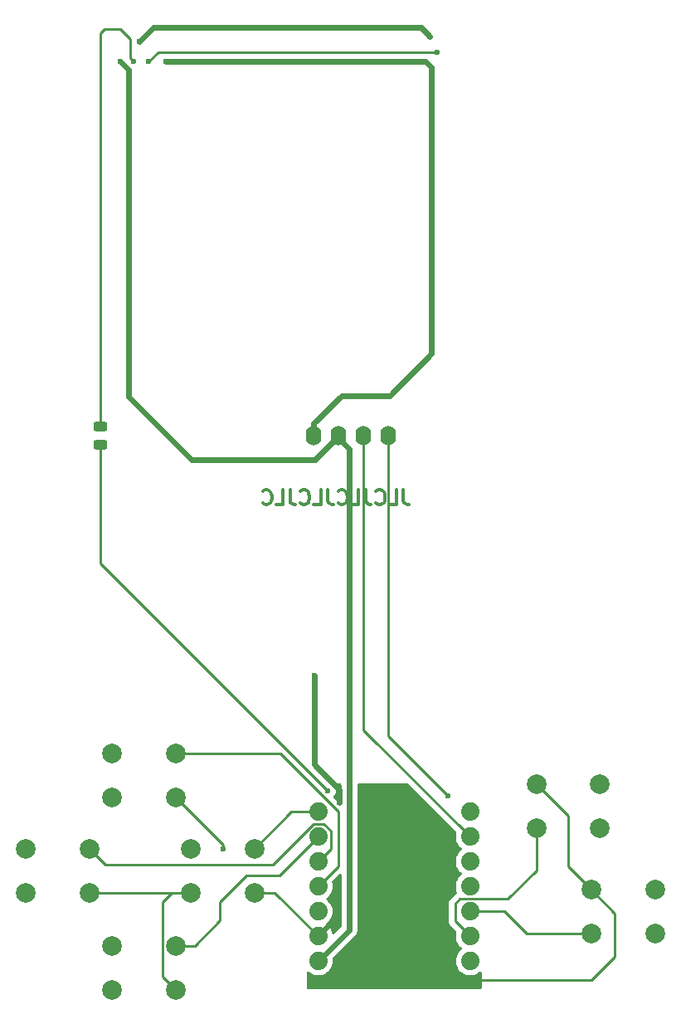
<source format=gbr>
G04 #@! TF.GenerationSoftware,KiCad,Pcbnew,8.0.5-8.0.5-0~ubuntu24.04.1*
G04 #@! TF.CreationDate,2024-09-20T13:44:16+09:00*
G04 #@! TF.ProjectId,gopher_pilot_xiao_sw,676f7068-6572-45f7-9069-6c6f745f7869,rev?*
G04 #@! TF.SameCoordinates,Original*
G04 #@! TF.FileFunction,Copper,L2,Bot*
G04 #@! TF.FilePolarity,Positive*
%FSLAX46Y46*%
G04 Gerber Fmt 4.6, Leading zero omitted, Abs format (unit mm)*
G04 Created by KiCad (PCBNEW 8.0.5-8.0.5-0~ubuntu24.04.1) date 2024-09-20 13:44:16*
%MOMM*%
%LPD*%
G01*
G04 APERTURE LIST*
G04 Aperture macros list*
%AMRoundRect*
0 Rectangle with rounded corners*
0 $1 Rounding radius*
0 $2 $3 $4 $5 $6 $7 $8 $9 X,Y pos of 4 corners*
0 Add a 4 corners polygon primitive as box body*
4,1,4,$2,$3,$4,$5,$6,$7,$8,$9,$2,$3,0*
0 Add four circle primitives for the rounded corners*
1,1,$1+$1,$2,$3*
1,1,$1+$1,$4,$5*
1,1,$1+$1,$6,$7*
1,1,$1+$1,$8,$9*
0 Add four rect primitives between the rounded corners*
20,1,$1+$1,$2,$3,$4,$5,0*
20,1,$1+$1,$4,$5,$6,$7,0*
20,1,$1+$1,$6,$7,$8,$9,0*
20,1,$1+$1,$8,$9,$2,$3,0*%
G04 Aperture macros list end*
%ADD10C,0.300000*%
G04 #@! TA.AperFunction,NonConductor*
%ADD11C,0.300000*%
G04 #@! TD*
G04 #@! TA.AperFunction,ComponentPad*
%ADD12C,1.879600*%
G04 #@! TD*
G04 #@! TA.AperFunction,ComponentPad*
%ADD13O,1.600000X2.000000*%
G04 #@! TD*
G04 #@! TA.AperFunction,ComponentPad*
%ADD14C,2.000000*%
G04 #@! TD*
G04 #@! TA.AperFunction,SMDPad,CuDef*
%ADD15RoundRect,0.243750X0.456250X-0.243750X0.456250X0.243750X-0.456250X0.243750X-0.456250X-0.243750X0*%
G04 #@! TD*
G04 #@! TA.AperFunction,ViaPad*
%ADD16C,0.600000*%
G04 #@! TD*
G04 #@! TA.AperFunction,Conductor*
%ADD17C,0.250000*%
G04 #@! TD*
G04 #@! TA.AperFunction,Conductor*
%ADD18C,0.600000*%
G04 #@! TD*
G04 #@! TA.AperFunction,Conductor*
%ADD19C,0.200000*%
G04 #@! TD*
G04 APERTURE END LIST*
D10*
D11*
X123416917Y-116700828D02*
X123416917Y-117772257D01*
X123416917Y-117772257D02*
X123488346Y-117986542D01*
X123488346Y-117986542D02*
X123631203Y-118129400D01*
X123631203Y-118129400D02*
X123845489Y-118200828D01*
X123845489Y-118200828D02*
X123988346Y-118200828D01*
X121988346Y-118200828D02*
X122702632Y-118200828D01*
X122702632Y-118200828D02*
X122702632Y-116700828D01*
X120631203Y-118057971D02*
X120702631Y-118129400D01*
X120702631Y-118129400D02*
X120916917Y-118200828D01*
X120916917Y-118200828D02*
X121059774Y-118200828D01*
X121059774Y-118200828D02*
X121274060Y-118129400D01*
X121274060Y-118129400D02*
X121416917Y-117986542D01*
X121416917Y-117986542D02*
X121488346Y-117843685D01*
X121488346Y-117843685D02*
X121559774Y-117557971D01*
X121559774Y-117557971D02*
X121559774Y-117343685D01*
X121559774Y-117343685D02*
X121488346Y-117057971D01*
X121488346Y-117057971D02*
X121416917Y-116915114D01*
X121416917Y-116915114D02*
X121274060Y-116772257D01*
X121274060Y-116772257D02*
X121059774Y-116700828D01*
X121059774Y-116700828D02*
X120916917Y-116700828D01*
X120916917Y-116700828D02*
X120702631Y-116772257D01*
X120702631Y-116772257D02*
X120631203Y-116843685D01*
X119559774Y-116700828D02*
X119559774Y-117772257D01*
X119559774Y-117772257D02*
X119631203Y-117986542D01*
X119631203Y-117986542D02*
X119774060Y-118129400D01*
X119774060Y-118129400D02*
X119988346Y-118200828D01*
X119988346Y-118200828D02*
X120131203Y-118200828D01*
X118131203Y-118200828D02*
X118845489Y-118200828D01*
X118845489Y-118200828D02*
X118845489Y-116700828D01*
X116774060Y-118057971D02*
X116845488Y-118129400D01*
X116845488Y-118129400D02*
X117059774Y-118200828D01*
X117059774Y-118200828D02*
X117202631Y-118200828D01*
X117202631Y-118200828D02*
X117416917Y-118129400D01*
X117416917Y-118129400D02*
X117559774Y-117986542D01*
X117559774Y-117986542D02*
X117631203Y-117843685D01*
X117631203Y-117843685D02*
X117702631Y-117557971D01*
X117702631Y-117557971D02*
X117702631Y-117343685D01*
X117702631Y-117343685D02*
X117631203Y-117057971D01*
X117631203Y-117057971D02*
X117559774Y-116915114D01*
X117559774Y-116915114D02*
X117416917Y-116772257D01*
X117416917Y-116772257D02*
X117202631Y-116700828D01*
X117202631Y-116700828D02*
X117059774Y-116700828D01*
X117059774Y-116700828D02*
X116845488Y-116772257D01*
X116845488Y-116772257D02*
X116774060Y-116843685D01*
X115702631Y-116700828D02*
X115702631Y-117772257D01*
X115702631Y-117772257D02*
X115774060Y-117986542D01*
X115774060Y-117986542D02*
X115916917Y-118129400D01*
X115916917Y-118129400D02*
X116131203Y-118200828D01*
X116131203Y-118200828D02*
X116274060Y-118200828D01*
X114274060Y-118200828D02*
X114988346Y-118200828D01*
X114988346Y-118200828D02*
X114988346Y-116700828D01*
X112916917Y-118057971D02*
X112988345Y-118129400D01*
X112988345Y-118129400D02*
X113202631Y-118200828D01*
X113202631Y-118200828D02*
X113345488Y-118200828D01*
X113345488Y-118200828D02*
X113559774Y-118129400D01*
X113559774Y-118129400D02*
X113702631Y-117986542D01*
X113702631Y-117986542D02*
X113774060Y-117843685D01*
X113774060Y-117843685D02*
X113845488Y-117557971D01*
X113845488Y-117557971D02*
X113845488Y-117343685D01*
X113845488Y-117343685D02*
X113774060Y-117057971D01*
X113774060Y-117057971D02*
X113702631Y-116915114D01*
X113702631Y-116915114D02*
X113559774Y-116772257D01*
X113559774Y-116772257D02*
X113345488Y-116700828D01*
X113345488Y-116700828D02*
X113202631Y-116700828D01*
X113202631Y-116700828D02*
X112988345Y-116772257D01*
X112988345Y-116772257D02*
X112916917Y-116843685D01*
X111845488Y-116700828D02*
X111845488Y-117772257D01*
X111845488Y-117772257D02*
X111916917Y-117986542D01*
X111916917Y-117986542D02*
X112059774Y-118129400D01*
X112059774Y-118129400D02*
X112274060Y-118200828D01*
X112274060Y-118200828D02*
X112416917Y-118200828D01*
X110416917Y-118200828D02*
X111131203Y-118200828D01*
X111131203Y-118200828D02*
X111131203Y-116700828D01*
X109059774Y-118057971D02*
X109131202Y-118129400D01*
X109131202Y-118129400D02*
X109345488Y-118200828D01*
X109345488Y-118200828D02*
X109488345Y-118200828D01*
X109488345Y-118200828D02*
X109702631Y-118129400D01*
X109702631Y-118129400D02*
X109845488Y-117986542D01*
X109845488Y-117986542D02*
X109916917Y-117843685D01*
X109916917Y-117843685D02*
X109988345Y-117557971D01*
X109988345Y-117557971D02*
X109988345Y-117343685D01*
X109988345Y-117343685D02*
X109916917Y-117057971D01*
X109916917Y-117057971D02*
X109845488Y-116915114D01*
X109845488Y-116915114D02*
X109702631Y-116772257D01*
X109702631Y-116772257D02*
X109488345Y-116700828D01*
X109488345Y-116700828D02*
X109345488Y-116700828D01*
X109345488Y-116700828D02*
X109131202Y-116772257D01*
X109131202Y-116772257D02*
X109059774Y-116843685D01*
D12*
X130235000Y-164760000D03*
X130225000Y-162220000D03*
X130225000Y-159690000D03*
X130225000Y-157130000D03*
X130225000Y-154600000D03*
X130225000Y-152070000D03*
X130225000Y-149520000D03*
X114725000Y-149520000D03*
X114725000Y-152060000D03*
X114735000Y-154610000D03*
X114735000Y-157140000D03*
X114725000Y-159690000D03*
X114725000Y-162230000D03*
X114725000Y-164760000D03*
D13*
X114280000Y-111200000D03*
X116820000Y-111200000D03*
X119360000Y-111200000D03*
X121900000Y-111200000D03*
D14*
X137000000Y-146700000D03*
X143500000Y-146700000D03*
X137000000Y-151200000D03*
X143500000Y-151200000D03*
X84900000Y-153300000D03*
X91400000Y-153300000D03*
X84900000Y-157800000D03*
X91400000Y-157800000D03*
X93700000Y-163200000D03*
X100200000Y-163200000D03*
X93700000Y-167700000D03*
X100200000Y-167700000D03*
X93700000Y-143600000D03*
X100200000Y-143600000D03*
X93700000Y-148100000D03*
X100200000Y-148100000D03*
X101700000Y-153300000D03*
X108200000Y-153300000D03*
X101700000Y-157800000D03*
X108200000Y-157800000D03*
X142600000Y-157500000D03*
X149100000Y-157500000D03*
X142600000Y-162000000D03*
X149100000Y-162000000D03*
D15*
X92500000Y-112075000D03*
X92500000Y-110200000D03*
D16*
X126300000Y-73600000D03*
X116900000Y-148600000D03*
X114300000Y-135600000D03*
X117700000Y-164100000D03*
X99200000Y-73000000D03*
X105000000Y-153300000D03*
X128000000Y-147900000D03*
X94488000Y-72961500D03*
X96431100Y-70980300D03*
X126136400Y-70408800D03*
X115700000Y-147400000D03*
X95859600Y-72961500D03*
X97409000Y-72999600D03*
X126885700Y-72034400D03*
D17*
X140200000Y-155100000D02*
X142600000Y-157500000D01*
D18*
X116900000Y-147300000D02*
X116900000Y-148600000D01*
X114300000Y-144700000D02*
X116900000Y-147300000D01*
D17*
X108200000Y-157800000D02*
X110295000Y-157800000D01*
D18*
X122000000Y-107100000D02*
X117100000Y-107100000D01*
D17*
X140200000Y-149900000D02*
X140200000Y-155100000D01*
X91400000Y-157800000D02*
X99800000Y-157800000D01*
X117700000Y-165500000D02*
X117700000Y-164100000D01*
X100200000Y-167700000D02*
X98875000Y-166375000D01*
D18*
X117100000Y-107100000D02*
X114280000Y-109920000D01*
D17*
X99800000Y-157800000D02*
X101700000Y-157800000D01*
D18*
X114280000Y-109920000D02*
X114280000Y-111200000D01*
D17*
X145000000Y-159900000D02*
X145000000Y-164300000D01*
X100200000Y-148100000D02*
X105000000Y-152900000D01*
D18*
X99200000Y-73000000D02*
X125700000Y-73000000D01*
D17*
X110295000Y-157800000D02*
X114725000Y-162230000D01*
X142600000Y-157500000D02*
X145000000Y-159900000D01*
X142600000Y-166700000D02*
X118900000Y-166700000D01*
X118900000Y-166700000D02*
X117700000Y-165500000D01*
X137000000Y-146700000D02*
X140200000Y-149900000D01*
X98875000Y-158725000D02*
X99800000Y-157800000D01*
X98875000Y-166375000D02*
X98875000Y-158725000D01*
X145000000Y-164300000D02*
X142600000Y-166700000D01*
D18*
X114300000Y-135600000D02*
X114300000Y-144700000D01*
X126300000Y-102800000D02*
X122000000Y-107100000D01*
X126300000Y-73600000D02*
X126300000Y-102800000D01*
D17*
X105000000Y-152900000D02*
X105000000Y-153300000D01*
D18*
X125700000Y-73000000D02*
X126300000Y-73600000D01*
D17*
X121900000Y-111200000D02*
X121900000Y-141800000D01*
D19*
X130205000Y-154620000D02*
X130225000Y-154600000D01*
D17*
X121900000Y-141800000D02*
X128000000Y-147900000D01*
X119360000Y-111200000D02*
X119360000Y-141205000D01*
X119360000Y-141205000D02*
X130225000Y-152070000D01*
D18*
X117900000Y-161585000D02*
X117900000Y-112500000D01*
X114725000Y-164760000D02*
X117900000Y-161585000D01*
X116820000Y-111420000D02*
X116820000Y-111200000D01*
X96431100Y-70980300D02*
X96431100Y-70968900D01*
X95400000Y-73800000D02*
X94561500Y-72961500D01*
X97900000Y-69500000D02*
X125227600Y-69500000D01*
X95400000Y-107200000D02*
X95400000Y-73800000D01*
X101800000Y-113600000D02*
X95400000Y-107200000D01*
X116820000Y-111200000D02*
X114420000Y-113600000D01*
X125227600Y-69500000D02*
X126136400Y-70408800D01*
X94561500Y-72961500D02*
X94488000Y-72961500D01*
X117900000Y-112500000D02*
X116820000Y-111420000D01*
X96431100Y-70968900D02*
X97900000Y-69500000D01*
X114420000Y-113600000D02*
X101800000Y-113600000D01*
D17*
X115700000Y-147400000D02*
X92500000Y-124200000D01*
X92500000Y-124200000D02*
X92500000Y-112075000D01*
X94500000Y-69700000D02*
X95500000Y-70700000D01*
X95500000Y-72601900D02*
X95859600Y-72961500D01*
X92500000Y-70100000D02*
X92900000Y-69700000D01*
X95500000Y-70700000D02*
X95500000Y-72601900D01*
X92900000Y-69700000D02*
X94500000Y-69700000D01*
X92500000Y-110200000D02*
X92500000Y-70100000D01*
X97409000Y-72999600D02*
X98374200Y-72034400D01*
X98374200Y-72034400D02*
X126885700Y-72034400D01*
X110900000Y-143600000D02*
X100200000Y-143600000D01*
X116800000Y-155075000D02*
X116800000Y-149500000D01*
X114735000Y-157140000D02*
X116800000Y-155075000D01*
X116800000Y-149500000D02*
X110900000Y-143600000D01*
X93000000Y-154900000D02*
X110096302Y-154900000D01*
X91400000Y-153300000D02*
X93000000Y-154900000D01*
X115989800Y-153355200D02*
X114735000Y-154610000D01*
X115279800Y-150784800D02*
X115989800Y-151494800D01*
X110096302Y-154900000D02*
X114211502Y-150784800D01*
X114211502Y-150784800D02*
X115279800Y-150784800D01*
X115989800Y-151494800D02*
X115989800Y-153355200D01*
X104700000Y-158700000D02*
X104700000Y-160600000D01*
X111385000Y-155415000D02*
X110800000Y-156000000D01*
X114725000Y-152060000D02*
X111385000Y-155400000D01*
X110800000Y-156000000D02*
X107400000Y-156000000D01*
X102100000Y-163200000D02*
X100200000Y-163200000D01*
X111385000Y-155400000D02*
X111385000Y-155415000D01*
X107400000Y-156000000D02*
X104700000Y-158700000D01*
X104700000Y-160600000D02*
X102100000Y-163200000D01*
X111980000Y-149520000D02*
X114725000Y-149520000D01*
X108200000Y-153300000D02*
X111980000Y-149520000D01*
X128700000Y-158900000D02*
X129174800Y-158425200D01*
X134074800Y-158425200D02*
X137000000Y-155500000D01*
X129174800Y-158425200D02*
X134074800Y-158425200D01*
X137000000Y-155500000D02*
X137000000Y-151200000D01*
X130225000Y-162220000D02*
X128700000Y-160695000D01*
X128700000Y-160695000D02*
X128700000Y-158900000D01*
X133690000Y-159690000D02*
X136000000Y-162000000D01*
X130225000Y-159690000D02*
X133690000Y-159690000D01*
X136000000Y-162000000D02*
X142600000Y-162000000D01*
G04 #@! TA.AperFunction,Conductor*
G36*
X123925027Y-146670002D02*
G01*
X123946001Y-146686905D01*
X128801216Y-151542120D01*
X128835242Y-151604432D01*
X128834266Y-151662146D01*
X128791557Y-151830799D01*
X128771736Y-152070000D01*
X128791558Y-152309206D01*
X128850476Y-152541870D01*
X128850477Y-152541871D01*
X128850478Y-152541874D01*
X128946892Y-152761677D01*
X129078171Y-152962613D01*
X129078174Y-152962617D01*
X129078176Y-152962619D01*
X129240725Y-153139195D01*
X129240731Y-153139201D01*
X129240734Y-153139203D01*
X129240737Y-153139206D01*
X129364543Y-153235569D01*
X129406014Y-153293194D01*
X129409747Y-153364092D01*
X129374557Y-153425754D01*
X129364543Y-153434431D01*
X129240737Y-153530793D01*
X129240725Y-153530804D01*
X129078176Y-153707380D01*
X128946892Y-153908323D01*
X128850477Y-154128128D01*
X128850476Y-154128129D01*
X128791558Y-154360793D01*
X128791557Y-154360799D01*
X128791557Y-154360801D01*
X128780340Y-154496167D01*
X128771736Y-154600000D01*
X128791558Y-154839206D01*
X128850476Y-155071870D01*
X128850477Y-155071871D01*
X128850478Y-155071874D01*
X128946892Y-155291677D01*
X129078171Y-155492613D01*
X129078174Y-155492617D01*
X129078176Y-155492619D01*
X129240725Y-155669195D01*
X129240731Y-155669201D01*
X129240734Y-155669203D01*
X129240737Y-155669206D01*
X129364543Y-155765569D01*
X129406014Y-155823194D01*
X129409747Y-155894092D01*
X129374557Y-155955754D01*
X129364543Y-155964431D01*
X129240737Y-156060793D01*
X129240725Y-156060804D01*
X129078176Y-156237380D01*
X128946892Y-156438323D01*
X128850477Y-156658128D01*
X128850476Y-156658129D01*
X128791558Y-156890793D01*
X128791557Y-156890799D01*
X128791557Y-156890801D01*
X128771736Y-157130000D01*
X128791558Y-157369206D01*
X128850476Y-157601870D01*
X128850477Y-157601871D01*
X128850478Y-157601874D01*
X128888369Y-157688258D01*
X128902403Y-157720252D01*
X128911449Y-157790670D01*
X128880988Y-157854800D01*
X128857018Y-157875630D01*
X128770965Y-157933129D01*
X128296167Y-158407929D01*
X128207927Y-158496169D01*
X128207926Y-158496171D01*
X128138601Y-158599923D01*
X128090846Y-158715212D01*
X128066500Y-158837603D01*
X128066500Y-158837606D01*
X128066500Y-160632606D01*
X128066500Y-160757394D01*
X128090845Y-160879785D01*
X128138600Y-160995075D01*
X128207929Y-161098833D01*
X128207931Y-161098835D01*
X128801216Y-161692120D01*
X128835242Y-161754432D01*
X128834266Y-161812146D01*
X128791557Y-161980799D01*
X128781647Y-162100389D01*
X128771736Y-162220000D01*
X128779947Y-162319095D01*
X128791558Y-162459206D01*
X128850476Y-162691870D01*
X128850477Y-162691871D01*
X128850478Y-162691874D01*
X128946892Y-162911677D01*
X129078171Y-163112613D01*
X129078174Y-163112617D01*
X129078176Y-163112619D01*
X129240725Y-163289195D01*
X129240731Y-163289201D01*
X129375967Y-163394460D01*
X129417439Y-163452084D01*
X129421173Y-163522982D01*
X129385983Y-163584644D01*
X129375968Y-163593322D01*
X129250737Y-163690793D01*
X129250725Y-163690804D01*
X129088176Y-163867380D01*
X128956892Y-164068323D01*
X128860477Y-164288128D01*
X128860476Y-164288129D01*
X128801558Y-164520793D01*
X128801557Y-164520799D01*
X128801557Y-164520801D01*
X128781736Y-164760000D01*
X128801558Y-164999206D01*
X128860476Y-165231870D01*
X128860477Y-165231871D01*
X128860478Y-165231874D01*
X128956892Y-165451677D01*
X129088171Y-165652613D01*
X129088174Y-165652617D01*
X129088176Y-165652619D01*
X129250725Y-165829195D01*
X129250731Y-165829201D01*
X129440140Y-165976624D01*
X129651231Y-166090860D01*
X129878245Y-166168795D01*
X130114990Y-166208300D01*
X130114994Y-166208300D01*
X130355006Y-166208300D01*
X130355010Y-166208300D01*
X130591755Y-166168795D01*
X130818769Y-166090860D01*
X131029860Y-165976624D01*
X131191610Y-165850728D01*
X131257651Y-165824673D01*
X131327297Y-165838458D01*
X131378433Y-165887708D01*
X131395000Y-165950161D01*
X131395000Y-167474211D01*
X131374998Y-167542332D01*
X131321342Y-167588825D01*
X131269212Y-167600211D01*
X113701272Y-167629787D01*
X113633118Y-167609899D01*
X113586535Y-167556322D01*
X113575060Y-167503727D01*
X113575074Y-167474211D01*
X113575796Y-165958497D01*
X113595829Y-165890392D01*
X113649507Y-165843924D01*
X113719786Y-165833854D01*
X113779183Y-165859130D01*
X113930140Y-165976624D01*
X114141231Y-166090860D01*
X114368245Y-166168795D01*
X114604990Y-166208300D01*
X114604994Y-166208300D01*
X114845006Y-166208300D01*
X114845010Y-166208300D01*
X115081755Y-166168795D01*
X115308769Y-166090860D01*
X115519860Y-165976624D01*
X115709269Y-165829201D01*
X115871829Y-165652613D01*
X116003108Y-165451677D01*
X116099522Y-165231874D01*
X116158443Y-164999199D01*
X116178264Y-164760000D01*
X116159374Y-164532037D01*
X116173681Y-164462503D01*
X116195842Y-164432548D01*
X118528003Y-162100389D01*
X118616484Y-161967968D01*
X118646956Y-161894399D01*
X118677430Y-161820831D01*
X118708500Y-161664630D01*
X118708500Y-146776000D01*
X118728502Y-146707879D01*
X118782158Y-146661386D01*
X118834500Y-146650000D01*
X123856906Y-146650000D01*
X123925027Y-146670002D01*
G37*
G04 #@! TD.AperFunction*
G04 #@! TA.AperFunction,Conductor*
G36*
X117009533Y-155865537D02*
G01*
X117066368Y-155908084D01*
X117091179Y-155974604D01*
X117091500Y-155983593D01*
X117091500Y-161197916D01*
X117071498Y-161266037D01*
X117054595Y-161287012D01*
X116353703Y-161987902D01*
X116291391Y-162021927D01*
X116220575Y-162016862D01*
X116163740Y-161974315D01*
X116142464Y-161929737D01*
X116099048Y-161758292D01*
X116099045Y-161758285D01*
X116002667Y-161538565D01*
X115912956Y-161401252D01*
X115215690Y-162098517D01*
X115198381Y-162033919D01*
X115131502Y-161918080D01*
X115036920Y-161823498D01*
X114921081Y-161756619D01*
X114856480Y-161739309D01*
X115554678Y-161041111D01*
X115553683Y-161025091D01*
X115537153Y-161002120D01*
X115533421Y-160931222D01*
X115568612Y-160869561D01*
X115578619Y-160860889D01*
X115709269Y-160759201D01*
X115871829Y-160582613D01*
X116003108Y-160381677D01*
X116099522Y-160161874D01*
X116158443Y-159929199D01*
X116178264Y-159690000D01*
X116158443Y-159450801D01*
X116099522Y-159218126D01*
X116003108Y-158998323D01*
X115871829Y-158797387D01*
X115709269Y-158620799D01*
X115709265Y-158620796D01*
X115709262Y-158620793D01*
X115577608Y-158518322D01*
X115536137Y-158460697D01*
X115532404Y-158389799D01*
X115567593Y-158328137D01*
X115577594Y-158319471D01*
X115719269Y-158209201D01*
X115881829Y-158032613D01*
X116013108Y-157831677D01*
X116109522Y-157611874D01*
X116168443Y-157379199D01*
X116188264Y-157140000D01*
X116168443Y-156900801D01*
X116125734Y-156732145D01*
X116128401Y-156661199D01*
X116158779Y-156612123D01*
X116876408Y-155894494D01*
X116938717Y-155860472D01*
X117009533Y-155865537D01*
G37*
G04 #@! TD.AperFunction*
G04 #@! TA.AperFunction,Conductor*
G36*
X117033621Y-146670002D02*
G01*
X117080114Y-146723658D01*
X117091500Y-146776000D01*
X117091500Y-148591406D01*
X117071498Y-148659527D01*
X117017842Y-148706020D01*
X116947568Y-148716124D01*
X116882988Y-148686630D01*
X116876405Y-148680501D01*
X116308743Y-148112839D01*
X116274717Y-148050527D01*
X116279782Y-147979712D01*
X116308742Y-147934649D01*
X116336111Y-147907281D01*
X116433043Y-147753015D01*
X116493217Y-147581047D01*
X116513616Y-147400000D01*
X116493217Y-147218953D01*
X116433043Y-147046985D01*
X116433041Y-147046982D01*
X116433041Y-147046981D01*
X116336112Y-146892720D01*
X116336111Y-146892718D01*
X116308488Y-146865095D01*
X116274462Y-146802783D01*
X116279527Y-146731968D01*
X116322074Y-146675132D01*
X116388594Y-146650321D01*
X116397583Y-146650000D01*
X116965500Y-146650000D01*
X117033621Y-146670002D01*
G37*
G04 #@! TD.AperFunction*
M02*

</source>
